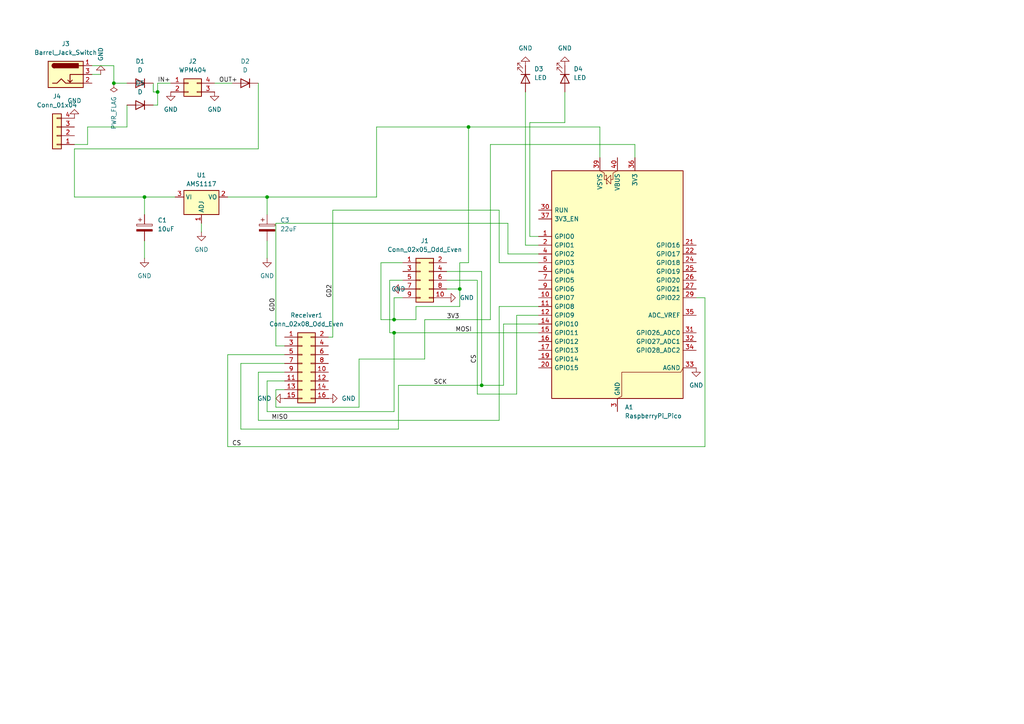
<source format=kicad_sch>
(kicad_sch (version 20250114) (generator "eeschema") (generator_version "9.0")
  (paper "A4")
  (lib_symbols
    (symbol "Connector:Barrel_Jack_Switch" (pin_names (hide yes))
      (property "Reference" "J" (at 0 5.334 0))
      (property "Value" "Barrel_Jack_Switch" (at 0 -5.08 0))
      (symbol "Barrel_Jack_Switch_0_1"
        (rectangle (start -5.08 3.81) (end 5.08 -3.81) (stroke (width 0.254)) (fill (type background)))
        (polyline (pts (xy -3.81 -2.54) (xy -2.54 -2.54) (xy -1.27 -1.27) (xy 0 -2.54) (xy 2.54 -2.54) (xy 5.08 -2.54)) (stroke (width 0.254)))
        (arc (start -3.302 1.905) (mid -3.9343 2.54) (end -3.302 3.175) (stroke (width 0.254)))
        (arc (start -3.302 1.905) (mid -3.9343 2.54) (end -3.302 3.175) (stroke (width 0.254)) (fill (type outline)))
        (polyline (pts (xy 1.27 -2.286) (xy 1.905 -1.651)) (stroke (width 0.254)))
        (rectangle (start 3.683 3.175) (end -3.302 1.905) (stroke (width 0.254)) (fill (type outline)))
        (polyline (pts (xy 5.08 2.54) (xy 3.81 2.54)) (stroke (width 0.254)))
        (polyline (pts (xy 5.08 0) (xy 1.27 0) (xy 1.27 -2.286) (xy 0.635 -1.651)) (stroke (width 0.254)))
      )
      (symbol "Barrel_Jack_Switch_1_1"
        (pin passive line (at 7.62 2.54 180) (length 2.54) (name "~") (number "1"))
        (pin passive line (at 7.62 0 180) (length 2.54) (name "~") (number "3"))
        (pin passive line (at 7.62 -2.54 180) (length 2.54) (name "~") (number "2"))
      )
    )
    (symbol "Connector_Generic:Conn_01x04" (pin_names (offset 1.016) (hide yes))
      (property "Reference" "J" (at 0 5.08 0))
      (property "Value" "Conn_01x04" (at 0 -7.62 0))
      (symbol "Conn_01x04_1_1"
        (rectangle (start -1.27 3.81) (end 1.27 -6.35) (stroke (width 0.254)) (fill (type background)))
        (rectangle (start -1.27 2.667) (end 0 2.413) (stroke (width 0.1524)))
        (rectangle (start -1.27 0.127) (end 0 -0.127) (stroke (width 0.1524)))
        (rectangle (start -1.27 -2.413) (end 0 -2.667) (stroke (width 0.1524)))
        (rectangle (start -1.27 -4.953) (end 0 -5.207) (stroke (width 0.1524)))
        (pin passive line (at -5.08 2.54 0) (length 3.81) (name "Pin_1") (number "1"))
        (pin passive line (at -5.08 0 0) (length 3.81) (name "Pin_2") (number "2"))
        (pin passive line (at -5.08 -2.54 0) (length 3.81) (name "Pin_3") (number "3"))
        (pin passive line (at -5.08 -5.08 0) (length 3.81) (name "Pin_4") (number "4"))
      )
    )
    (symbol "Connector_Generic:Conn_02x02_Counter_Clockwise" (pin_names (offset 1.016) (hide yes))
      (property "Reference" "J2" (at 1.27 6.35 0))
      (property "Value" "WPM404" (at 1.27 3.81 0))
      (symbol "Conn_02x02_Counter_Clockwise_1_1"
        (rectangle (start -1.27 1.27) (end 3.81 -3.81) (stroke (width 0.254)) (fill (type background)))
        (rectangle (start -1.27 0.127) (end 0 -0.127) (stroke (width 0.1524)))
        (rectangle (start -1.27 -2.413) (end 0 -2.667) (stroke (width 0.1524)))
        (rectangle (start 3.81 0.127) (end 2.54 -0.127) (stroke (width 0.1524)))
        (rectangle (start 3.81 -2.413) (end 2.54 -2.667) (stroke (width 0.1524)))
        (pin passive line (at -5.08 0 0) (length 3.81) (name "Pin_1") (number "1"))
        (pin power_in line (at -5.08 -2.54 0) (length 3.81) (name "Pin_2") (number "2"))
        (pin passive line (at 7.62 0 180) (length 3.81) (name "Pin_4") (number "4"))
        (pin power_out line (at 7.62 -2.54 180) (length 3.81) (name "Pin_3") (number "3"))
      )
    )
    (symbol "Connector_Generic:Conn_02x05_Odd_Even" (pin_names (offset 1.016) (hide yes))
      (property "Reference" "J" (at 1.27 7.62 0))
      (property "Value" "Conn_02x05_Odd_Even" (at 1.27 -7.62 0))
      (symbol "Conn_02x05_Odd_Even_1_1"
        (rectangle (start -1.27 6.35) (end 3.81 -6.35) (stroke (width 0.254)) (fill (type background)))
        (rectangle (start -1.27 5.207) (end 0 4.953) (stroke (width 0.1524)))
        (rectangle (start -1.27 2.667) (end 0 2.413) (stroke (width 0.1524)))
        (rectangle (start -1.27 0.127) (end 0 -0.127) (stroke (width 0.1524)))
        (rectangle (start -1.27 -2.413) (end 0 -2.667) (stroke (width 0.1524)))
        (rectangle (start -1.27 -4.953) (end 0 -5.207) (stroke (width 0.1524)))
        (rectangle (start 3.81 5.207) (end 2.54 4.953) (stroke (width 0.1524)))
        (rectangle (start 3.81 2.667) (end 2.54 2.413) (stroke (width 0.1524)))
        (rectangle (start 3.81 0.127) (end 2.54 -0.127) (stroke (width 0.1524)))
        (rectangle (start 3.81 -2.413) (end 2.54 -2.667) (stroke (width 0.1524)))
        (rectangle (start 3.81 -4.953) (end 2.54 -5.207) (stroke (width 0.1524)))
        (pin passive line (at -5.08 5.08 0) (length 3.81) (name "Pin_1") (number "1"))
        (pin passive line (at -5.08 2.54 0) (length 3.81) (name "Pin_3") (number "3"))
        (pin passive line (at -5.08 0 0) (length 3.81) (name "Pin_5") (number "5"))
        (pin passive line (at -5.08 -2.54 0) (length 3.81) (name "Pin_7") (number "7"))
        (pin passive line (at -5.08 -5.08 0) (length 3.81) (name "Pin_9") (number "9"))
        (pin passive line (at 7.62 5.08 180) (length 3.81) (name "Pin_2") (number "2"))
        (pin passive line (at 7.62 2.54 180) (length 3.81) (name "Pin_4") (number "4"))
        (pin passive line (at 7.62 0 180) (length 3.81) (name "Pin_6") (number "6"))
        (pin passive line (at 7.62 -2.54 180) (length 3.81) (name "Pin_8") (number "8"))
        (pin passive line (at 7.62 -5.08 180) (length 3.81) (name "Pin_10") (number "10"))
      )
    )
    (symbol "Connector_Generic:Conn_02x08_Odd_Even" (pin_names (offset 1.016) (hide yes))
      (property "Reference" "J" (at 1.27 10.16 0))
      (property "Value" "Conn_02x08_Odd_Even" (at 1.27 -12.7 0))
      (symbol "Conn_02x08_Odd_Even_1_1"
        (rectangle (start -1.27 8.89) (end 3.81 -11.43) (stroke (width 0.254)) (fill (type background)))
        (rectangle (start -1.27 7.747) (end 0 7.493) (stroke (width 0.1524)))
        (rectangle (start -1.27 5.207) (end 0 4.953) (stroke (width 0.1524)))
        (rectangle (start -1.27 2.667) (end 0 2.413) (stroke (width 0.1524)))
        (rectangle (start -1.27 0.127) (end 0 -0.127) (stroke (width 0.1524)))
        (rectangle (start -1.27 -2.413) (end 0 -2.667) (stroke (width 0.1524)))
        (rectangle (start -1.27 -4.953) (end 0 -5.207) (stroke (width 0.1524)))
        (rectangle (start -1.27 -7.493) (end 0 -7.747) (stroke (width 0.1524)))
        (rectangle (start -1.27 -10.033) (end 0 -10.287) (stroke (width 0.1524)))
        (rectangle (start 3.81 7.747) (end 2.54 7.493) (stroke (width 0.1524)))
        (rectangle (start 3.81 5.207) (end 2.54 4.953) (stroke (width 0.1524)))
        (rectangle (start 3.81 2.667) (end 2.54 2.413) (stroke (width 0.1524)))
        (rectangle (start 3.81 0.127) (end 2.54 -0.127) (stroke (width 0.1524)))
        (rectangle (start 3.81 -2.413) (end 2.54 -2.667) (stroke (width 0.1524)))
        (rectangle (start 3.81 -4.953) (end 2.54 -5.207) (stroke (width 0.1524)))
        (rectangle (start 3.81 -7.493) (end 2.54 -7.747) (stroke (width 0.1524)))
        (rectangle (start 3.81 -10.033) (end 2.54 -10.287) (stroke (width 0.1524)))
        (pin passive line (at -5.08 7.62 0) (length 3.81) (name "Pin_1") (number "1"))
        (pin passive line (at -5.08 5.08 0) (length 3.81) (name "Pin_3") (number "3"))
        (pin passive line (at -5.08 2.54 0) (length 3.81) (name "Pin_5") (number "5"))
        (pin passive line (at -5.08 0 0) (length 3.81) (name "Pin_7") (number "7"))
        (pin passive line (at -5.08 -2.54 0) (length 3.81) (name "Pin_9") (number "9"))
        (pin passive line (at -5.08 -5.08 0) (length 3.81) (name "Pin_11") (number "11"))
        (pin passive line (at -5.08 -7.62 0) (length 3.81) (name "Pin_13") (number "13"))
        (pin passive line (at -5.08 -10.16 0) (length 3.81) (name "Pin_15") (number "15"))
        (pin passive line (at 7.62 7.62 180) (length 3.81) (name "Pin_2") (number "2"))
        (pin passive line (at 7.62 5.08 180) (length 3.81) (name "Pin_4") (number "4"))
        (pin passive line (at 7.62 2.54 180) (length 3.81) (name "Pin_6") (number "6"))
        (pin passive line (at 7.62 0 180) (length 3.81) (name "Pin_8") (number "8"))
        (pin passive line (at 7.62 -2.54 180) (length 3.81) (name "Pin_10") (number "10"))
        (pin passive line (at 7.62 -5.08 180) (length 3.81) (name "Pin_12") (number "12"))
        (pin passive line (at 7.62 -7.62 180) (length 3.81) (name "Pin_14") (number "14"))
        (pin passive line (at 7.62 -10.16 180) (length 3.81) (name "Pin_16") (number "16"))
      )
    )
    (symbol "D_1" (pin_numbers (hide yes)) (pin_names (offset 1.016) (hide yes))
      (property "Reference" "D2" (at 0 -6.35 0))
      (property "Value" "D" (at 0 -3.81 0))
      (symbol "D_1_0_1"
        (polyline (pts (xy -1.27 1.27) (xy -1.27 -1.27)) (stroke (width 0.254)))
        (polyline (pts (xy 1.27 1.27) (xy 1.27 -1.27) (xy -1.27 0) (xy 1.27 1.27)) (stroke (width 0.254)))
        (polyline (pts (xy 1.27 0) (xy -1.27 0)))
      )
      (symbol "D_1_1_1"
        (pin power_out line (at -3.81 0 0) (length 2.54) (name "K") (number "1"))
        (pin power_in line (at 3.81 0 180) (length 2.54) (name "A") (number "2"))
      )
    )
    (symbol "D_2" (pin_numbers (hide yes)) (pin_names (offset 1.016) (hide yes))
      (property "Reference" "D" (at 0 2.54 0))
      (property "Value" "D" (at 0 -2.54 0))
      (symbol "D_2_0_1"
        (polyline (pts (xy -1.27 1.27) (xy -1.27 -1.27)) (stroke (width 0.254)))
        (polyline (pts (xy 1.27 1.27) (xy 1.27 -1.27) (xy -1.27 0) (xy 1.27 1.27)) (stroke (width 0.254)))
        (polyline (pts (xy 1.27 0) (xy -1.27 0)))
      )
      (symbol "D_2_1_1"
        (pin passive line (at -3.81 0 0) (length 2.54) (name "K") (number "1"))
        (pin passive line (at 3.81 0 180) (length 2.54) (name "A") (number "2"))
      )
    )
    (symbol "Device:C_Polarized" (pin_numbers (hide yes)) (pin_names (offset 0.254))
      (property "Reference" "C" (at 0.635 2.54 0))
      (property "Value" "C_Polarized" (at 0.635 -2.54 0))
      (symbol "C_Polarized_0_1"
        (rectangle (start -2.286 0.508) (end 2.286 1.016))
        (polyline (pts (xy -1.778 2.286) (xy -0.762 2.286)))
        (polyline (pts (xy -1.27 2.794) (xy -1.27 1.778)))
        (rectangle (start 2.286 -0.508) (end -2.286 -1.016) (fill (type outline)))
      )
      (symbol "C_Polarized_1_1"
        (pin passive line (at 0 3.81 270) (length 2.794) (name "~") (number "1"))
        (pin passive line (at 0 -3.81 90) (length 2.794) (name "~") (number "2"))
      )
    )
    (symbol "Device:D" (pin_numbers (hide yes)) (pin_names (offset 1.016) (hide yes))
      (property "Reference" "D1" (at 0 -6.35 0))
      (property "Value" "D" (at 0 -3.81 0))
      (symbol "D_0_1"
        (polyline (pts (xy -1.27 1.27) (xy -1.27 -1.27)) (stroke (width 0.254)))
        (polyline (pts (xy 1.27 1.27) (xy 1.27 -1.27) (xy -1.27 0) (xy 1.27 1.27)) (stroke (width 0.254)))
        (polyline (pts (xy 1.27 0) (xy -1.27 0)))
      )
      (symbol "D_1_1"
        (pin power_out line (at -3.81 0 0) (length 2.54) (name "K") (number "1"))
        (pin power_in line (at 3.81 0 180) (length 2.54) (name "A") (number "2"))
      )
    )
    (symbol "Device:LED" (pin_numbers (hide yes)) (pin_names (offset 1.016) (hide yes))
      (property "Reference" "D" (at 0 2.54 0))
      (property "Value" "LED" (at 0 -2.54 0))
      (symbol "LED_0_1"
        (polyline (pts (xy -3.048 -0.762) (xy -4.572 -2.286) (xy -3.81 -2.286) (xy -4.572 -2.286) (xy -4.572 -1.524)))
        (polyline (pts (xy -1.778 -0.762) (xy -3.302 -2.286) (xy -2.54 -2.286) (xy -3.302 -2.286) (xy -3.302 -1.524)))
        (polyline (pts (xy -1.27 0) (xy 1.27 0)))
        (polyline (pts (xy -1.27 -1.27) (xy -1.27 1.27)) (stroke (width 0.254)))
        (polyline (pts (xy 1.27 -1.27) (xy 1.27 1.27) (xy -1.27 0) (xy 1.27 -1.27)) (stroke (width 0.254)))
      )
      (symbol "LED_1_1"
        (pin passive line (at -3.81 0 0) (length 2.54) (name "K") (number "1"))
        (pin passive line (at 3.81 0 180) (length 2.54) (name "A") (number "2"))
      )
    )
    (symbol "MCU_Module:RaspberryPi_Pico" (pin_names (offset 0.762))
      (property "Reference" "A" (at -19.05 35.56 0))
      (property "Value" "RaspberryPi_Pico" (at 7.62 35.56 0))
      (symbol "RaspberryPi_Pico_0_1"
        (rectangle (start -19.05 34.29) (end 19.05 -31.75) (stroke (width 0.254)) (fill (type background)))
        (polyline (pts (xy -5.08 34.29) (xy -3.81 33.655) (xy -3.81 31.75) (xy -3.175 31.75)))
        (polyline (pts (xy -3.429 32.766) (xy -3.429 33.02) (xy -3.175 33.02) (xy -3.175 30.48) (xy -2.921 30.48) (xy -2.921 30.734)))
        (polyline (pts (xy -3.175 31.75) (xy -1.905 33.02) (xy -1.905 30.48) (xy -3.175 31.75)))
        (polyline (pts (xy 0 34.29) (xy -1.27 33.655) (xy -1.27 31.75) (xy -1.905 31.75)))
        (polyline (pts (xy 0 -31.75) (xy 1.27 -31.115) (xy 1.27 -24.13) (xy 18.415 -24.13) (xy 19.05 -22.86)))
      )
      (symbol "RaspberryPi_Pico_1_1"
        (pin passive line (at -22.86 22.86 0) (length 3.81) (name "RUN") (number "30"))
        (pin passive line (at -22.86 20.32 0) (length 3.81) (name "3V3_EN") (number "37"))
        (pin bidirectional line (at -22.86 15.24 0) (length 3.81) (name "GPIO0") (number "1"))
        (pin bidirectional line (at -22.86 12.7 0) (length 3.81) (name "GPIO1") (number "2"))
        (pin bidirectional line (at -22.86 10.16 0) (length 3.81) (name "GPIO2") (number "4"))
        (pin bidirectional line (at -22.86 7.62 0) (length 3.81) (name "GPIO3") (number "5"))
        (pin bidirectional line (at -22.86 5.08 0) (length 3.81) (name "GPIO4") (number "6"))
        (pin bidirectional line (at -22.86 2.54 0) (length 3.81) (name "GPIO5") (number "7"))
        (pin bidirectional line (at -22.86 0 0) (length 3.81) (name "GPIO6") (number "9"))
        (pin bidirectional line (at -22.86 -2.54 0) (length 3.81) (name "GPIO7") (number "10"))
        (pin bidirectional line (at -22.86 -5.08 0) (length 3.81) (name "GPIO8") (number "11"))
        (pin bidirectional line (at -22.86 -7.62 0) (length 3.81) (name "GPIO9") (number "12"))
        (pin bidirectional line (at -22.86 -10.16 0) (length 3.81) (name "GPIO10") (number "14"))
        (pin bidirectional line (at -22.86 -12.7 0) (length 3.81) (name "GPIO11") (number "15"))
        (pin bidirectional line (at -22.86 -15.24 0) (length 3.81) (name "GPIO12") (number "16"))
        (pin bidirectional line (at -22.86 -17.78 0) (length 3.81) (name "GPIO13") (number "17"))
        (pin bidirectional line (at -22.86 -20.32 0) (length 3.81) (name "GPIO14") (number "19"))
        (pin bidirectional line (at -22.86 -22.86 0) (length 3.81) (name "GPIO15") (number "20"))
        (pin power_in line (at -5.08 38.1 270) (length 3.81) (name "VSYS") (number "39"))
        (pin power_out line (at 0 38.1 270) (length 3.81) (name "VBUS") (number "40"))
        (pin passive line (at 0 -35.56 90) (length 3.81) (hide yes) (name "GND") (number "13"))
        (pin passive line (at 0 -35.56 90) (length 3.81) (hide yes) (name "GND") (number "18"))
        (pin passive line (at 0 -35.56 90) (length 3.81) (hide yes) (name "GND") (number "23"))
        (pin passive line (at 0 -35.56 90) (length 3.81) (hide yes) (name "GND") (number "28"))
        (pin power_out line (at 0 -35.56 90) (length 3.81) (name "GND") (number "3"))
        (pin passive line (at 0 -35.56 90) (length 3.81) (hide yes) (name "GND") (number "38"))
        (pin passive line (at 0 -35.56 90) (length 3.81) (hide yes) (name "GND") (number "8"))
        (pin power_out line (at 5.08 38.1 270) (length 3.81) (name "3V3") (number "36"))
        (pin bidirectional line (at 22.86 12.7 180) (length 3.81) (name "GPIO16") (number "21"))
        (pin bidirectional line (at 22.86 10.16 180) (length 3.81) (name "GPIO17") (number "22"))
        (pin bidirectional line (at 22.86 7.62 180) (length 3.81) (name "GPIO18") (number "24"))
        (pin bidirectional line (at 22.86 5.08 180) (length 3.81) (name "GPIO19") (number "25"))
        (pin bidirectional line (at 22.86 2.54 180) (length 3.81) (name "GPIO20") (number "26"))
        (pin bidirectional line (at 22.86 0 180) (length 3.81) (name "GPIO21") (number "27"))
        (pin bidirectional line (at 22.86 -2.54 180) (length 3.81) (name "GPIO22") (number "29"))
        (pin power_in line (at 22.86 -7.62 180) (length 3.81) (name "ADC_VREF") (number "35"))
        (pin bidirectional line (at 22.86 -12.7 180) (length 3.81) (name "GPIO26_ADC0") (number "31"))
        (pin bidirectional line (at 22.86 -15.24 180) (length 3.81) (name "GPIO27_ADC1") (number "32"))
        (pin bidirectional line (at 22.86 -17.78 180) (length 3.81) (name "GPIO28_ADC2") (number "34"))
        (pin power_out line (at 22.86 -22.86 180) (length 3.81) (name "AGND") (number "33"))
      )
    )
    (symbol "Regulator_Linear:AMS1117"
      (property "Reference" "U" (at -3.81 3.175 0))
      (property "Value" "AMS1117" (at 0 3.175 0))
      (symbol "AMS1117_0_1"
        (rectangle (start -5.08 -5.08) (end 5.08 1.905) (stroke (width 0.254)) (fill (type background)))
      )
      (symbol "AMS1117_1_1"
        (pin power_in line (at -7.62 0 0) (length 2.54) (name "VI") (number "3"))
        (pin input line (at 0 -7.62 90) (length 2.54) (name "ADJ") (number "1"))
        (pin power_out line (at 7.62 0 180) (length 2.54) (name "VO") (number "2"))
      )
    )
    (symbol "power:GND" (power) (pin_numbers (hide yes)) (pin_names (offset 0) (hide yes))
      (property "Value" "GND" (at 0 -3.81 0))
      (symbol "GND_0_1"
        (polyline (pts (xy 0 0) (xy 0 -1.27) (xy 1.27 -1.27) (xy 0 -2.54) (xy -1.27 -1.27) (xy 0 -1.27)))
      )
      (symbol "GND_1_1"
        (pin power_in line (at 0 0 270) (length 0) (name "~") (number "1"))
      )
    )
    (symbol "power:PWR_FLAG" (power) (pin_numbers (hide yes)) (pin_names (offset 0) (hide yes))
      (property "Value" "PWR_FLAG" (at 0 3.81 0))
      (symbol "PWR_FLAG_0_0"
        (pin power_out line (at 0 0 90) (length 0) (name "~") (number "1"))
      )
      (symbol "PWR_FLAG_0_1"
        (polyline (pts (xy 0 0) (xy 0 1.27) (xy -1.016 1.905) (xy 0 2.54) (xy 1.016 1.905) (xy 0 1.27)))
      )
    )
  )
  (junction (at 33.02 24.13))
  (junction (at 139.7 111.76))
  (junction (at 41.91 57.15))
  (junction (at 135.89 36.83))
  (junction (at 114.3 96.52))
  (junction (at 45.72 26.67))
  (junction (at 114.3 92.71))
  (junction (at 77.47 57.15))
  (junction (at 133.35 83.82))
  (wire (pts (xy 184.15 41.91) (xy 184.15 45.72)))
  (wire (pts (xy 45.72 26.67) (xy 45.72 24.13)))
  (wire (pts (xy 109.22 36.83) (xy 109.22 57.15)))
  (wire (pts (xy 115.57 111.76) (xy 139.7 111.76)))
  (wire (pts (xy 82.55 105.41) (xy 69.85 105.41)))
  (wire (pts (xy 113.03 81.28) (xy 113.03 96.52)))
  (wire (pts (xy 110.49 76.2) (xy 110.49 92.71)))
  (wire (pts (xy 129.54 81.28) (xy 138.43 81.28)))
  (wire (pts (xy 152.4 26.67) (xy 152.4 71.12)))
  (wire (pts (xy 41.91 57.15) (xy 50.8 57.15)))
  (wire (pts (xy 142.24 41.91) (xy 184.15 41.91)))
  (wire (pts (xy 80.01 64.77) (xy 147.32 64.77)))
  (wire (pts (xy 114.3 96.52) (xy 156.21 96.52)))
  (wire (pts (xy 82.55 110.49) (xy 77.47 110.49)))
  (wire (pts (xy 74.93 24.13) (xy 74.93 43.18)))
  (wire (pts (xy 96.52 60.96) (xy 96.52 97.79)))
  (wire (pts (xy 146.05 111.76) (xy 146.05 93.98)))
  (wire (pts (xy 153.67 35.56) (xy 163.83 35.56)))
  (wire (pts (xy 82.55 113.03) (xy 80.01 113.03)))
  (wire (pts (xy 62.23 24.13) (xy 67.31 24.13)))
  (wire (pts (xy 133.35 83.82) (xy 133.35 76.2)))
  (wire (pts (xy 25.4 36.83) (xy 25.4 41.91)))
  (wire (pts (xy 163.83 26.67) (xy 163.83 35.56)))
  (wire (pts (xy 74.93 121.92) (xy 144.78 121.92)))
  (wire (pts (xy 45.72 24.13) (xy 49.53 24.13)))
  (wire (pts (xy 77.47 110.49) (xy 77.47 119.38)))
  (wire (pts (xy 114.3 92.71) (xy 120.65 92.71)))
  (wire (pts (xy 123.19 104.14) (xy 123.19 92.71)))
  (wire (pts (xy 147.32 64.77) (xy 147.32 73.66)))
  (wire (pts (xy 129.54 78.74) (xy 139.7 78.74)))
  (wire (pts (xy 41.91 69.85) (xy 41.91 74.93)))
  (wire (pts (xy 109.22 36.83) (xy 135.89 36.83)))
  (wire (pts (xy 44.45 24.13) (xy 44.45 26.67)))
  (wire (pts (xy 113.03 96.52) (xy 114.3 96.52)))
  (wire (pts (xy 44.45 30.48) (xy 45.72 30.48)))
  (wire (pts (xy 173.99 36.83) (xy 173.99 45.72)))
  (wire (pts (xy 110.49 92.71) (xy 114.3 92.71)))
  (wire (pts (xy 21.59 57.15) (xy 41.91 57.15)))
  (wire (pts (xy 36.83 36.83) (xy 36.83 30.48)))
  (wire (pts (xy 80.01 113.03) (xy 80.01 118.11)))
  (wire (pts (xy 33.02 24.13) (xy 36.83 24.13)))
  (wire (pts (xy 139.7 111.76) (xy 146.05 111.76)))
  (wire (pts (xy 114.3 86.36) (xy 116.84 86.36)))
  (wire (pts (xy 69.85 124.46) (xy 115.57 124.46)))
  (wire (pts (xy 82.55 102.87) (xy 66.04 102.87)))
  (wire (pts (xy 149.86 91.44) (xy 149.86 114.3)))
  (wire (pts (xy 133.35 76.2) (xy 135.89 76.2)))
  (wire (pts (xy 144.78 88.9) (xy 156.21 88.9)))
  (wire (pts (xy 25.4 41.91) (xy 21.59 41.91)))
  (wire (pts (xy 82.55 107.95) (xy 74.93 107.95)))
  (wire (pts (xy 144.78 60.96) (xy 96.52 60.96)))
  (wire (pts (xy 80.01 118.11) (xy 104.14 118.11)))
  (wire (pts (xy 69.85 105.41) (xy 69.85 124.46)))
  (wire (pts (xy 66.04 129.54) (xy 204.47 129.54)))
  (wire (pts (xy 41.91 57.15) (xy 41.91 62.23)))
  (wire (pts (xy 135.89 36.83) (xy 173.99 36.83)))
  (wire (pts (xy 96.52 97.79) (xy 95.25 97.79)))
  (wire (pts (xy 82.55 100.33) (xy 80.01 100.33)))
  (wire (pts (xy 144.78 121.92) (xy 144.78 88.9)))
  (wire (pts (xy 156.21 76.2) (xy 144.78 76.2)))
  (wire (pts (xy 133.35 88.9) (xy 133.35 83.82)))
  (wire (pts (xy 116.84 81.28) (xy 113.03 81.28)))
  (wire (pts (xy 147.32 73.66) (xy 156.21 73.66)))
  (wire (pts (xy 74.93 43.18) (xy 21.59 43.18)))
  (wire (pts (xy 45.72 30.48) (xy 45.72 26.67)))
  (wire (pts (xy 153.67 35.56) (xy 153.67 68.58)))
  (wire (pts (xy 153.67 68.58) (xy 156.21 68.58)))
  (wire (pts (xy 116.84 76.2) (xy 110.49 76.2)))
  (wire (pts (xy 33.02 19.05) (xy 33.02 24.13)))
  (wire (pts (xy 138.43 81.28) (xy 138.43 114.3)))
  (wire (pts (xy 66.04 102.87) (xy 66.04 129.54)))
  (wire (pts (xy 80.01 100.33) (xy 80.01 64.77)))
  (wire (pts (xy 204.47 86.36) (xy 201.93 86.36)))
  (wire (pts (xy 146.05 93.98) (xy 156.21 93.98)))
  (wire (pts (xy 26.67 21.59) (xy 29.21 21.59)))
  (wire (pts (xy 135.89 76.2) (xy 135.89 36.83)))
  (wire (pts (xy 104.14 118.11) (xy 104.14 104.14)))
  (wire (pts (xy 120.65 88.9) (xy 133.35 88.9)))
  (wire (pts (xy 114.3 119.38) (xy 114.3 96.52)))
  (wire (pts (xy 142.24 92.71) (xy 142.24 41.91)))
  (wire (pts (xy 120.65 92.71) (xy 120.65 88.9)))
  (wire (pts (xy 74.93 107.95) (xy 74.93 121.92)))
  (wire (pts (xy 44.45 26.67) (xy 45.72 26.67)))
  (wire (pts (xy 204.47 129.54) (xy 204.47 86.36)))
  (wire (pts (xy 144.78 76.2) (xy 144.78 60.96)))
  (wire (pts (xy 138.43 114.3) (xy 149.86 114.3)))
  (wire (pts (xy 33.02 19.05) (xy 26.67 19.05)))
  (wire (pts (xy 77.47 57.15) (xy 77.47 62.23)))
  (wire (pts (xy 149.86 91.44) (xy 156.21 91.44)))
  (wire (pts (xy 115.57 124.46) (xy 115.57 111.76)))
  (wire (pts (xy 21.59 43.18) (xy 21.59 57.15)))
  (wire (pts (xy 139.7 78.74) (xy 139.7 111.76)))
  (wire (pts (xy 58.42 64.77) (xy 58.42 67.31)))
  (wire (pts (xy 152.4 71.12) (xy 156.21 71.12)))
  (wire (pts (xy 66.04 57.15) (xy 77.47 57.15)))
  (wire (pts (xy 114.3 92.71) (xy 114.3 86.36)))
  (wire (pts (xy 123.19 92.71) (xy 142.24 92.71)))
  (wire (pts (xy 129.54 83.82) (xy 133.35 83.82)))
  (wire (pts (xy 77.47 57.15) (xy 109.22 57.15)))
  (wire (pts (xy 25.4 36.83) (xy 36.83 36.83)))
  (wire (pts (xy 77.47 69.85) (xy 77.47 74.93)))
  (wire (pts (xy 77.47 119.38) (xy 114.3 119.38)))
  (wire (pts (xy 104.14 104.14) (xy 123.19 104.14)))
  (label "GD2" (at 96.52 86.36 90))
  (label "GDO" (at 80.01 86.36 270))
  (label "CS" (at 67.31 129.54 0))
  (label "3V3" (at 129.54 92.71 0))
  (label "CS" (at 138.43 105.41 90))
  (label "IN+" (at 45.72 24.13 0))
  (label "MISO" (at 78.74 121.92 0))
  (label "OUT+" (at 63.5 24.13 0))
  (label "MOSI" (at 132.08 96.52 0))
  (label "SCK" (at 125.73 111.76 0))
  (symbol (lib_id "power:GND") (at 77.47 74.93 0) (unit 1)
    (property "Reference" "#PWR05" (effects (hide yes)))
    (property "Value" "GND" (at 77.47 80.01 0))
    (property "Description" "Power symbol creates a global label with name \"GND\" , ground" (effects (hide yes)))
  )
  (symbol (lib_id "Device:C_Polarized") (at 77.47 66.04 0) (unit 1)
    (property "Reference" "C3" (at 81.28 63.8809 0) (effects (justify left)))
    (property "Value" "22uF" (at 81.28 66.4209 0) (effects (justify left)))
    (property "Footprint" "Capacitor_SMD:CP_Elec_5x5.4" (effects (hide yes)))
    (property "Description" "Polarized capacitor" (effects (hide yes)))
  )
  (symbol (lib_id "power:GND") (at 58.42 67.31 0) (unit 1)
    (property "Reference" "#PWR02" (effects (hide yes)))
    (property "Value" "GND" (at 58.42 72.39 0))
    (property "Description" "Power symbol creates a global label with name \"GND\" , ground" (effects (hide yes)))
  )
  (symbol (lib_id "Device:LED") (at 152.4 22.86 270) (unit 1)
    (property "Reference" "D3" (at 154.94 20.0024 90) (effects (justify left)))
    (property "Value" "LED" (at 154.94 22.5424 90) (effects (justify left)))
    (property "Footprint" "LED_THT:LED_D5.0mm" (effects (hide yes)))
    (property "Description" "Light emitting diode" (effects (hide yes)))
    (property "Sim.Pins" "1=K 2=A" (effects (hide yes)))
  )
  (symbol (lib_id "power:GND") (at 152.4 19.05 180) (unit 1)
    (property "Reference" "#PWR08" (effects (hide yes)))
    (property "Value" "GND" (at 152.4 13.97 0))
    (property "Description" "Power symbol creates a global label with name \"GND\" , ground" (effects (hide yes)))
  )
  (symbol (lib_id "Device:C_Polarized") (at 41.91 66.04 0) (unit 1)
    (property "Reference" "C1" (at 45.72 63.8809 0) (effects (justify left)))
    (property "Value" "10uF" (at 45.72 66.4209 0) (effects (justify left)))
    (property "Footprint" "Capacitor_SMD:CP_Elec_6.3x5.4" (effects (hide yes)))
    (property "Description" "Polarized capacitor" (effects (hide yes)))
  )
  (symbol (lib_id "power:GND") (at 49.53 26.67 0) (unit 1)
    (property "Reference" "#PWR06" (effects (hide yes)))
    (property "Value" "GND" (at 49.53 31.75 0))
    (property "Description" "Power symbol creates a global label with name \"GND\" , ground" (effects (hide yes)))
  )
  (symbol (lib_name "D_1") (lib_id "Device:D") (at 71.12 24.13 180) (unit 1)
    (property "Reference" "D2" (at 71.12 17.78 0))
    (property "Value" "D" (at 71.12 20.32 0))
    (property "Footprint" "Diode_SMD:D_SMA_Handsoldering" (effects (hide yes)))
    (property "Description" "Diode" (effects (hide yes)))
    (property "Sim.Device" "D" (effects (hide yes)))
    (property "Sim.Pins" "1=K 2=A" (effects (hide yes)))
  )
  (symbol (lib_id "MCU_Module:RaspberryPi_Pico") (at 179.07 83.82 0) (unit 1)
    (property "Reference" "A1" (at 181.2133 118.11 0) (effects (justify left)))
    (property "Value" "RaspberryPi_Pico" (at 181.2133 120.65 0) (effects (justify left)))
    (property "Footprint" "Module:RaspberryPi_Pico_Common_THT" (effects (hide yes)))
    (property "Datasheet" "https://datasheets.raspberrypi.com/pico/pico-datasheet.pdf" (effects (hide yes)))
    (property "Description" "Versatile and inexpensive microcontroller module powered by RP2040 dual-core Arm Cortex-M0+ processor up to 133 MHz, 264kB SRAM, 2MB QSPI flash; also supports Raspberry Pi Pico 2" (effects (hide yes)))
  )
  (symbol (lib_name "D_2") (lib_id "Device:D") (at 40.64 30.48 180) (unit 1)
    (property "Reference" "D5" (at 40.64 24.13 0))
    (property "Value" "D" (at 40.64 26.67 0))
    (property "Footprint" "Diode_SMD:D_SMA_Handsoldering" (effects (hide yes)))
    (property "Description" "Diode" (effects (hide yes)))
    (property "Sim.Device" "D" (effects (hide yes)))
    (property "Sim.Pins" "1=K 2=A" (effects (hide yes)))
  )
  (symbol (lib_id "power:GND") (at 201.93 106.68 0) (unit 1)
    (property "Reference" "#PWR01" (effects (hide yes)))
    (property "Value" "GND" (at 201.93 111.76 0))
    (property "Description" "Power symbol creates a global label with name \"GND\" , ground" (effects (hide yes)))
  )
  (symbol (lib_id "Device:D") (at 40.64 24.13 180) (unit 1)
    (property "Reference" "D1" (at 40.64 17.78 0))
    (property "Value" "D" (at 40.64 20.32 0))
    (property "Footprint" "Diode_SMD:D_SMA_Handsoldering" (effects (hide yes)))
    (property "Description" "Diode" (effects (hide yes)))
    (property "Sim.Device" "D" (effects (hide yes)))
    (property "Sim.Pins" "1=K 2=A" (effects (hide yes)))
  )
  (symbol (lib_id "power:GND") (at 82.55 115.57 270) (unit 1)
    (property "Reference" "#PWR09" (effects (hide yes)))
    (property "Value" "GND" (at 78.74 115.5699 90) (effects (justify right)))
    (property "Description" "Power symbol creates a global label with name \"GND\" , ground" (effects (hide yes)))
  )
  (symbol (lib_id "Connector:Barrel_Jack_Switch") (at 19.05 21.59 0) (unit 1)
    (property "Reference" "J3" (at 19.05 12.7 0))
    (property "Value" "Barrel_Jack_Switch" (at 19.05 15.24 0))
    (property "Footprint" "Connector_BarrelJack:BarrelJack_Wuerth_6941xx301002" (effects (hide yes)))
    (property "Description" "DC Barrel Jack with an internal switch" (effects (hide yes)))
  )
  (symbol (lib_id "power:GND") (at 163.83 19.05 180) (unit 1)
    (property "Reference" "#PWR011" (effects (hide yes)))
    (property "Value" "GND" (at 163.83 13.97 0))
    (property "Description" "Power symbol creates a global label with name \"GND\" , ground" (effects (hide yes)))
  )
  (symbol (lib_id "Connector_Generic:Conn_01x04") (at 16.51 39.37 180) (unit 1)
    (property "Reference" "J4" (at 16.51 27.94 0))
    (property "Value" "Conn_01x04" (at 16.51 30.48 0))
    (property "Footprint" "Connector_PinHeader_2.54mm:PinHeader_1x04_P2.54mm_Vertical" (effects (hide yes)))
    (property "Description" "Generic connector, single row, 01x04, script generated (kicad-library-utils/schlib/autogen/connector/)" (effects (hide yes)))
  )
  (symbol (lib_id "power:GND") (at 95.25 115.57 90) (unit 1)
    (property "Reference" "#PWR010" (effects (hide yes)))
    (property "Value" "GND" (at 99.06 115.5699 90) (effects (justify right)))
    (property "Description" "Power symbol creates a global label with name \"GND\" , ground" (effects (hide yes)))
  )
  (symbol (lib_id "power:GND") (at 29.21 21.59 180) (unit 1)
    (property "Reference" "#PWR04" (effects (hide yes)))
    (property "Value" "GND" (at 29.2099 17.78 90) (effects (justify right)))
    (property "Description" "Power symbol creates a global label with name \"GND\" , ground" (effects (hide yes)))
  )
  (symbol (lib_id "Regulator_Linear:AMS1117") (at 58.42 57.15 0) (unit 1)
    (property "Reference" "U1" (at 58.42 50.8 0))
    (property "Value" "AMS1117" (at 58.42 53.34 0))
    (property "Footprint" "Package_TO_SOT_SMD:SOT-223-3_TabPin2" (effects (hide yes)))
    (property "Datasheet" "http://www.advanced-monolithic.com/pdf/ds1117.pdf" (effects (hide yes)))
    (property "Description" "1A Low Dropout regulator, positive, adjustable output, SOT-223" (effects (hide yes)))
  )
  (symbol (lib_id "power:PWR_FLAG") (at 33.02 24.13 180) (unit 1)
    (property "Reference" "#FLG01" (effects (hide yes)))
    (property "Value" "PWR_FLAG" (at 33.0199 27.94 90) (effects (justify left)))
    (property "Description" "Special symbol for telling ERC where power comes from" (effects (hide yes)))
  )
  (symbol (lib_id "Connector_Generic:Conn_02x08_Odd_Even") (at 87.63 105.41 0) (unit 1)
    (property "Reference" "Receiver1" (at 88.9 91.44 0))
    (property "Value" "Conn_02x08_Odd_Even" (at 88.9 93.98 0))
    (property "Footprint" "Connector_PinSocket_2.54mm:mikroBUS_2x08_P2.54mm_15.24mm" (effects (hide yes)))
    (property "Description" "Generic connector, double row, 02x08, odd/even pin numbering scheme (row 1 odd numbers, row 2 even numbers), script generated (kicad-library-utils/schlib/autogen/connector/)" (effects (hide yes)))
  )
  (symbol (lib_id "power:GND") (at 41.91 74.93 0) (unit 1)
    (property "Reference" "#PWR03" (effects (hide yes)))
    (property "Value" "GND" (at 41.91 80.01 0))
    (property "Description" "Power symbol creates a global label with name \"GND\" , ground" (effects (hide yes)))
  )
  (symbol (lib_id "power:GND") (at 62.23 26.67 0) (unit 1)
    (property "Reference" "#PWR07" (effects (hide yes)))
    (property "Value" "GND" (at 62.23 31.75 0))
    (property "Description" "Power symbol creates a global label with name \"GND\" , ground" (effects (hide yes)))
  )
  (symbol (lib_id "power:GND") (at 129.54 86.36 90) (unit 1)
    (property "Reference" "#PWR013" (effects (hide yes)))
    (property "Value" "GND" (at 133.35 86.3599 90) (effects (justify right)))
    (property "Description" "Power symbol creates a global label with name \"GND\" , ground" (effects (hide yes)))
  )
  (symbol (lib_id "power:GND") (at 21.59 34.29 180) (unit 1)
    (property "Reference" "#PWR014" (effects (hide yes)))
    (property "Value" "GND" (at 21.59 29.21 0))
    (property "Description" "Power symbol creates a global label with name \"GND\" , ground" (effects (hide yes)))
  )
  (symbol (lib_id "Connector_Generic:Conn_02x02_Counter_Clockwise") (at 54.61 24.13 0) (unit 1)
    (property "Reference" "J2" (at 55.88 17.78 0))
    (property "Value" "WPM404" (at 55.88 20.32 0))
    (property "Footprint" "Connector_PinHeader_2.54mm:WPM404_New" (effects (hide yes)))
    (property "Description" "Generic connector, double row, 02x02, counter clockwise pin numbering scheme (similar to DIP package numbering), script generated (kicad-library-utils/schlib/autogen/connector/)" (effects (hide yes)))
  )
  (symbol (lib_id "Connector_Generic:Conn_02x05_Odd_Even") (at 121.92 81.28 0) (unit 1)
    (property "Reference" "J1" (at 123.19 69.85 0))
    (property "Value" "Conn_02x05_Odd_Even" (at 123.19 72.39 0))
    (property "Footprint" "Connector_PinSocket_2.54mm:PinSocket_2x05_P2.54mm_Vertical" (effects (hide yes)))
    (property "Description" "Generic connector, double row, 02x05, odd/even pin numbering scheme (row 1 odd numbers, row 2 even numbers), script generated (kicad-library-utils/schlib/autogen/connector/)" (effects (hide yes)))
  )
  (symbol (lib_id "Device:LED") (at 163.83 22.86 270) (unit 1)
    (property "Reference" "D4" (at 166.37 20.0024 90) (effects (justify left)))
    (property "Value" "LED" (at 166.37 22.5424 90) (effects (justify left)))
    (property "Footprint" "LED_THT:LED_D5.0mm" (effects (hide yes)))
    (property "Description" "Light emitting diode" (effects (hide yes)))
    (property "Sim.Pins" "1=K 2=A" (effects (hide yes)))
  )
  (symbol (lib_id "power:GND") (at 116.84 83.82 270) (unit 1)
    (property "Reference" "#PWR012" (effects (hide yes)))
    (property "Value" "GND" (at 117.602 83.82 90) (effects (justify right)))
    (property "Description" "Power symbol creates a global label with name \"GND\" , ground" (effects (hide yes)))
  )
)
</source>
